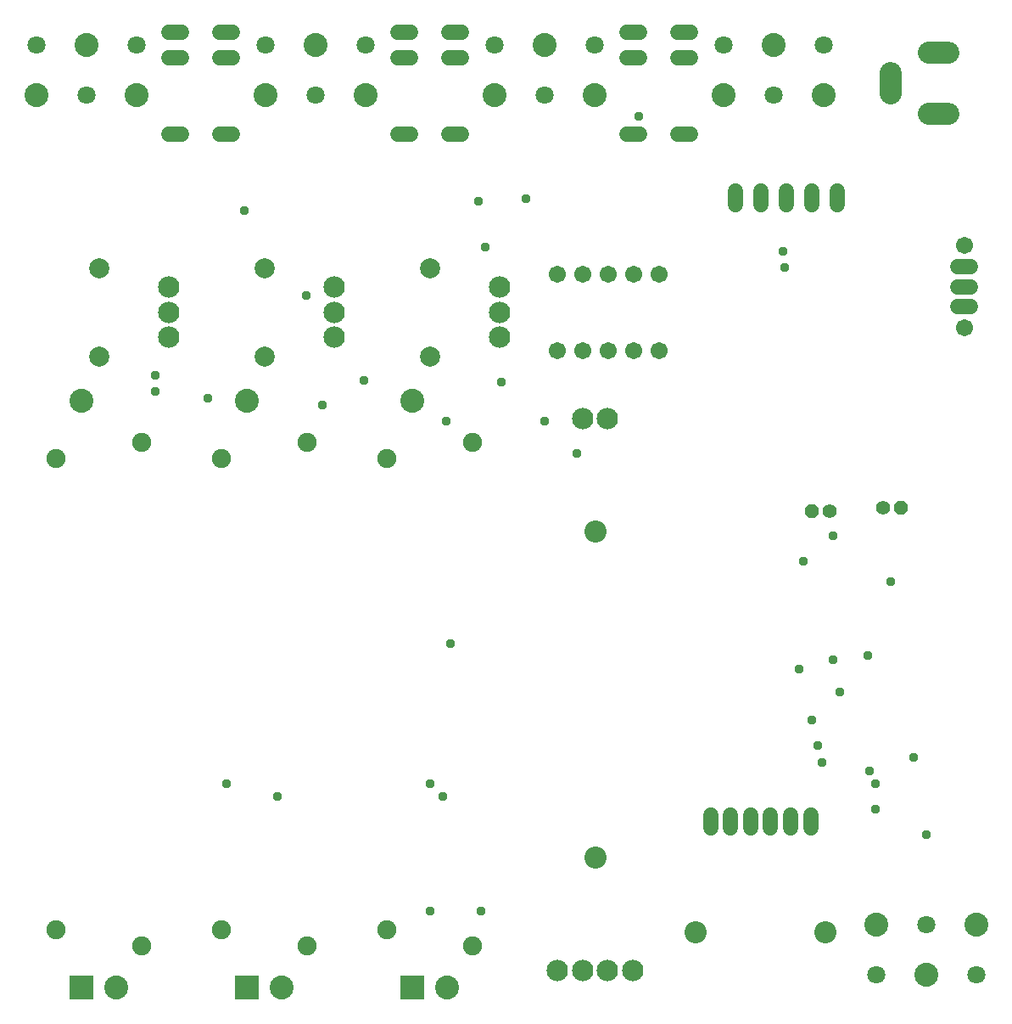
<source format=gbr>
G04 EAGLE Gerber RS-274X export*
G75*
%MOMM*%
%FSLAX34Y34*%
%LPD*%
%INSoldermask Bottom*%
%IPPOS*%
%AMOC8*
5,1,8,0,0,1.08239X$1,22.5*%
G01*
%ADD10P,1.539592X8X202.500000*%
%ADD11C,1.422400*%
%ADD12P,1.539592X8X22.500000*%
%ADD13C,2.133600*%
%ADD14C,2.003200*%
%ADD15C,1.511200*%
%ADD16C,1.703200*%
%ADD17C,2.387600*%
%ADD18C,1.803200*%
%ADD19C,2.203200*%
%ADD20R,2.387600X2.387600*%
%ADD21C,1.903200*%
%ADD22C,2.203200*%
%ADD23C,1.524000*%
%ADD24C,1.711200*%
%ADD25C,0.959600*%


D10*
X812800Y500100D03*
D11*
X830580Y500100D03*
D12*
X901700Y503200D03*
D11*
X883920Y503200D03*
D13*
X336700Y673500D03*
X336700Y698500D03*
X336700Y723500D03*
D14*
X266700Y654500D03*
X266700Y742500D03*
D13*
X501800Y673500D03*
X501800Y698500D03*
X501800Y723500D03*
D14*
X431800Y654500D03*
X431800Y742500D03*
D13*
X171600Y673500D03*
X171600Y698500D03*
X171600Y723500D03*
D14*
X101600Y654500D03*
X101600Y742500D03*
D15*
X958660Y723900D02*
X971740Y723900D01*
X971740Y743900D02*
X958660Y743900D01*
X958660Y703900D02*
X971740Y703900D01*
D16*
X965200Y764900D03*
X965200Y682900D03*
D17*
X927100Y38100D03*
X877100Y88100D03*
X977100Y88100D03*
D18*
X877100Y38100D03*
X977100Y38100D03*
X927100Y88100D03*
D13*
X559400Y42500D03*
X584400Y42500D03*
X609400Y42500D03*
X634400Y42500D03*
X584400Y592500D03*
X609400Y592500D03*
D19*
X596900Y155000D03*
X596900Y480000D03*
D20*
X84100Y25000D03*
D17*
X119100Y25000D03*
X84100Y610000D03*
D21*
X59100Y82500D03*
X59100Y552500D03*
X144100Y66500D03*
X144100Y568500D03*
D20*
X249200Y25000D03*
D17*
X284200Y25000D03*
X249200Y610000D03*
D21*
X224200Y82500D03*
X224200Y552500D03*
X309200Y66500D03*
X309200Y568500D03*
D20*
X414300Y25000D03*
D17*
X449300Y25000D03*
X414300Y610000D03*
D21*
X389300Y82500D03*
X389300Y552500D03*
X474300Y66500D03*
X474300Y568500D03*
D15*
X772000Y197040D02*
X772000Y183960D01*
X752000Y183960D02*
X752000Y197040D01*
X732000Y197040D02*
X732000Y183960D01*
X792000Y183960D02*
X792000Y197040D01*
X812000Y197040D02*
X812000Y183960D01*
X712000Y183960D02*
X712000Y197040D01*
D19*
X827000Y80500D03*
X697000Y80500D03*
D22*
X929800Y896100D02*
X949800Y896100D01*
X949800Y957100D02*
X929800Y957100D01*
X891800Y937100D02*
X891800Y917100D01*
D17*
X88900Y965200D03*
X138900Y915200D03*
X38900Y915200D03*
D18*
X138900Y965200D03*
X38900Y965200D03*
X88900Y915200D03*
D17*
X774700Y965200D03*
X824700Y915200D03*
X724700Y915200D03*
D18*
X824700Y965200D03*
X724700Y965200D03*
X774700Y915200D03*
D17*
X546100Y965200D03*
X596100Y915200D03*
X496100Y915200D03*
D18*
X596100Y965200D03*
X496100Y965200D03*
X546100Y915200D03*
D17*
X317500Y965200D03*
X367500Y915200D03*
X267500Y915200D03*
D18*
X367500Y965200D03*
X267500Y965200D03*
X317500Y915200D03*
D23*
X184404Y977900D02*
X171196Y977900D01*
X171196Y952500D02*
X184404Y952500D01*
X184404Y876300D02*
X171196Y876300D01*
X221996Y876300D02*
X235204Y876300D01*
X235204Y952500D02*
X221996Y952500D01*
X221996Y977900D02*
X235204Y977900D01*
X399796Y977900D02*
X413004Y977900D01*
X413004Y952500D02*
X399796Y952500D01*
X399796Y876300D02*
X413004Y876300D01*
X450596Y876300D02*
X463804Y876300D01*
X463804Y952500D02*
X450596Y952500D01*
X450596Y977900D02*
X463804Y977900D01*
X628396Y977900D02*
X641604Y977900D01*
X641604Y952500D02*
X628396Y952500D01*
X628396Y876300D02*
X641604Y876300D01*
X679196Y876300D02*
X692404Y876300D01*
X692404Y952500D02*
X679196Y952500D01*
X679196Y977900D02*
X692404Y977900D01*
D24*
X558800Y660400D03*
X584200Y660400D03*
X609600Y660400D03*
X635000Y660400D03*
X660400Y660400D03*
X660400Y736600D03*
X635000Y736600D03*
X609600Y736600D03*
X584200Y736600D03*
X558800Y736600D03*
D23*
X838200Y806196D02*
X838200Y819404D01*
X812800Y819404D02*
X812800Y806196D01*
X787400Y806196D02*
X787400Y819404D01*
X762000Y819404D02*
X762000Y806196D01*
X736600Y806196D02*
X736600Y819404D01*
D25*
X444500Y215900D03*
X279400Y215900D03*
X431800Y228600D03*
X228600Y228600D03*
X812800Y292100D03*
X482600Y101600D03*
X431800Y101600D03*
X891540Y429768D03*
X822960Y249174D03*
X834390Y352044D03*
X834390Y475488D03*
X210312Y612648D03*
X308610Y715518D03*
X546354Y589788D03*
X448056Y589788D03*
X868680Y356616D03*
X841248Y320040D03*
X578358Y557784D03*
X365760Y630936D03*
X157734Y619506D03*
X157734Y635508D03*
X324612Y605790D03*
X502920Y628650D03*
X452628Y368046D03*
X800100Y342900D03*
X804672Y450342D03*
X914400Y254480D03*
X927100Y177800D03*
X876300Y203200D03*
X876300Y228600D03*
X819150Y266116D03*
X870430Y241300D03*
X480060Y809244D03*
X246888Y800100D03*
X528066Y811530D03*
X640080Y893826D03*
X486918Y763524D03*
X786384Y742950D03*
X784098Y758952D03*
M02*

</source>
